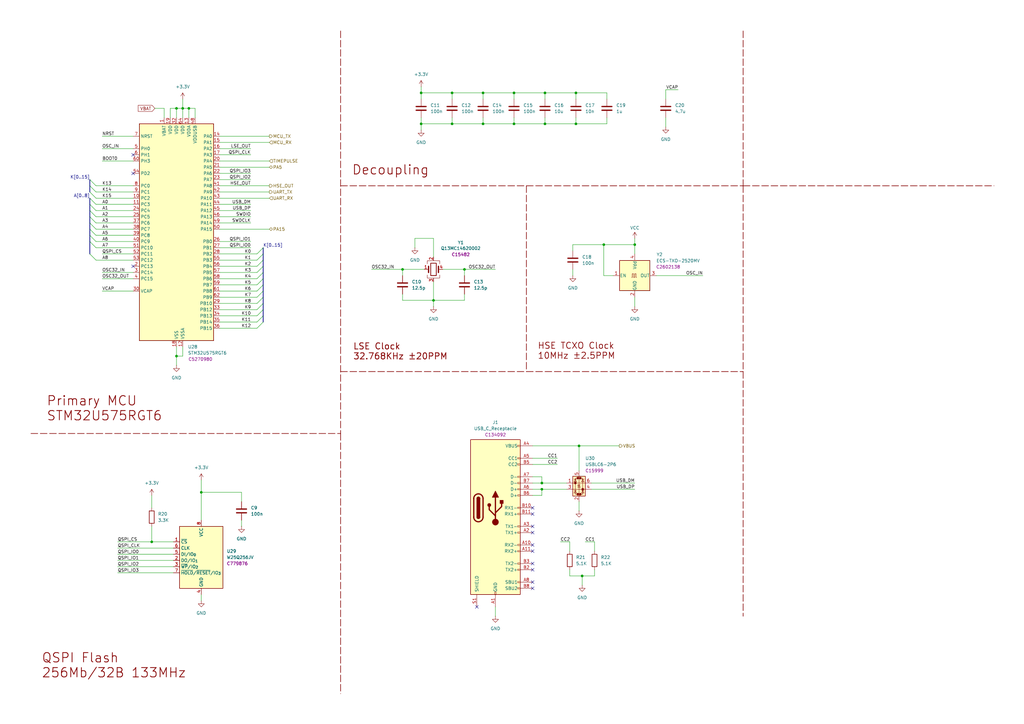
<source format=kicad_sch>
(kicad_sch (version 20250114) (generator "eeschema") (generator_version "9.0")
  (paper "A3")
  (title_block (date "2025-10-19"))
  (lib_symbols
    (symbol "Connector:USB_C_Receptacle" (pin_names (offset 1.016))
      (property "Reference" "J" (at -10.16 29.21 0))
      (property "Value" "USB_C_Receptacle" (at 10.16 29.21 0))
      (symbol "USB_C_Receptacle_0_0"
        (rectangle (start -0.254 -35.56) (end 0.254 -34.544))
        (rectangle (start 10.16 25.654) (end 9.144 25.146))
        (rectangle (start 10.16 20.574) (end 9.144 20.066))
        (rectangle (start 10.16 18.034) (end 9.144 17.526))
        (rectangle (start 10.16 12.954) (end 9.144 12.446))
        (rectangle (start 10.16 10.414) (end 9.144 9.906))
        (rectangle (start 10.16 7.874) (end 9.144 7.366))
        (rectangle (start 10.16 5.334) (end 9.144 4.826))
        (rectangle (start 10.16 0.254) (end 9.144 -0.254))
        (rectangle (start 10.16 -2.286) (end 9.144 -2.794))
        (rectangle (start 10.16 -7.366) (end 9.144 -7.874))
        (rectangle (start 10.16 -9.906) (end 9.144 -10.414))
        (rectangle (start 10.16 -14.986) (end 9.144 -15.494))
        (rectangle (start 10.16 -17.526) (end 9.144 -18.034))
        (rectangle (start 10.16 -22.606) (end 9.144 -23.114))
        (rectangle (start 10.16 -25.146) (end 9.144 -25.654))
        (rectangle (start 10.16 -30.226) (end 9.144 -30.734))
        (rectangle (start 10.16 -32.766) (end 9.144 -33.274))
      )
      (symbol "USB_C_Receptacle_0_1"
        (rectangle (start -10.16 27.94) (end 10.16 -35.56) (stroke (width 0.254)) (fill (type background)))
        (polyline (pts (xy -8.89 -3.81) (xy -8.89 3.81)) (stroke (width 0.508)))
        (rectangle (start -7.62 -3.81) (end -6.35 3.81) (stroke (width 0.254)) (fill (type outline)))
        (arc (start -7.62 3.81) (mid -6.985 4.4423) (end -6.35 3.81) (stroke (width 0.254)))
        (arc (start -7.62 3.81) (mid -6.985 4.4423) (end -6.35 3.81) (stroke (width 0.254)) (fill (type outline)))
        (arc (start -8.89 3.81) (mid -6.985 5.7067) (end -5.08 3.81) (stroke (width 0.508)))
        (arc (start -5.08 -3.81) (mid -6.985 -5.7067) (end -8.89 -3.81) (stroke (width 0.508)))
        (arc (start -6.35 -3.81) (mid -6.985 -4.4423) (end -7.62 -3.81) (stroke (width 0.254)))
        (arc (start -6.35 -3.81) (mid -6.985 -4.4423) (end -7.62 -3.81) (stroke (width 0.254)) (fill (type outline)))
        (polyline (pts (xy -5.08 3.81) (xy -5.08 -3.81)) (stroke (width 0.508)))
      )
      (symbol "USB_C_Receptacle_1_1"
        (circle (center -2.54 1.143) (radius 0.635) (stroke (width 0.254)) (fill (type outline)))
        (polyline (pts (xy -1.27 4.318) (xy 0 6.858) (xy 1.27 4.318) (xy -1.27 4.318)) (stroke (width 0.254)) (fill (type outline)))
        (polyline (pts (xy 0 -2.032) (xy 2.54 0.508) (xy 2.54 1.778)) (stroke (width 0.508)))
        (polyline (pts (xy 0 -3.302) (xy -2.54 -0.762) (xy -2.54 0.508)) (stroke (width 0.508)))
        (polyline (pts (xy 0 -5.842) (xy 0 4.318)) (stroke (width 0.508)))
        (circle (center 0 -5.842) (radius 1.27) (fill (type outline)))
        (rectangle (start 1.905 1.778) (end 3.175 3.048) (stroke (width 0.254)) (fill (type outline)))
        (pin passive line (at -7.62 -40.64 90) (length 5.08) (name "SHIELD") (number "S1"))
        (pin passive line (at 0 -40.64 90) (length 5.08) (name "GND") (number "A1"))
        (pin passive line (at 0 -40.64 90) (length 5.08) (hide yes) (name "GND") (number "A12"))
        (pin passive line (at 0 -40.64 90) (length 5.08) (hide yes) (name "GND") (number "B1"))
        (pin passive line (at 0 -40.64 90) (length 5.08) (hide yes) (name "GND") (number "B12"))
        (pin passive line (at 15.24 25.4 180) (length 5.08) (name "VBUS") (number "A4"))
        (pin passive line (at 15.24 25.4 180) (length 5.08) (hide yes) (name "VBUS") (number "A9"))
        (pin passive line (at 15.24 25.4 180) (length 5.08) (hide yes) (name "VBUS") (number "B4"))
        (pin passive line (at 15.24 25.4 180) (length 5.08) (hide yes) (name "VBUS") (number "B9"))
        (pin bidirectional line (at 15.24 20.32 180) (length 5.08) (name "CC1") (number "A5"))
        (pin bidirectional line (at 15.24 17.78 180) (length 5.08) (name "CC2") (number "B5"))
        (pin bidirectional line (at 15.24 12.7 180) (length 5.08) (name "D-") (number "A7"))
        (pin bidirectional line (at 15.24 10.16 180) (length 5.08) (name "D-") (number "B7"))
        (pin bidirectional line (at 15.24 7.62 180) (length 5.08) (name "D+") (number "A6"))
        (pin bidirectional line (at 15.24 5.08 180) (length 5.08) (name "D+") (number "B6"))
        (pin bidirectional line (at 15.24 0 180) (length 5.08) (name "RX1-") (number "B10"))
        (pin bidirectional line (at 15.24 -2.54 180) (length 5.08) (name "RX1+") (number "B11"))
        (pin bidirectional line (at 15.24 -7.62 180) (length 5.08) (name "TX1-") (number "A3"))
        (pin bidirectional line (at 15.24 -10.16 180) (length 5.08) (name "TX1+") (number "A2"))
        (pin bidirectional line (at 15.24 -15.24 180) (length 5.08) (name "RX2-") (number "A10"))
        (pin bidirectional line (at 15.24 -17.78 180) (length 5.08) (name "RX2+") (number "A11"))
        (pin bidirectional line (at 15.24 -22.86 180) (length 5.08) (name "TX2-") (number "B3"))
        (pin bidirectional line (at 15.24 -25.4 180) (length 5.08) (name "TX2+") (number "B2"))
        (pin bidirectional line (at 15.24 -30.48 180) (length 5.08) (name "SBU1") (number "A8"))
        (pin bidirectional line (at 15.24 -33.02 180) (length 5.08) (name "SBU2") (number "B8"))
      )
    )
    (symbol "Device:C" (pin_numbers (hide yes)) (pin_names (offset 0.254))
      (property "Reference" "C" (at 0.635 2.54 0))
      (property "Value" "C" (at 0.635 -2.54 0))
      (symbol "C_0_1"
        (polyline (pts (xy -2.032 0.762) (xy 2.032 0.762)) (stroke (width 0.508)))
        (polyline (pts (xy -2.032 -0.762) (xy 2.032 -0.762)) (stroke (width 0.508)))
      )
      (symbol "C_1_1"
        (pin passive line (at 0 3.81 270) (length 2.794) (name "~") (number "1"))
        (pin passive line (at 0 -3.81 90) (length 2.794) (name "~") (number "2"))
      )
    )
    (symbol "Device:Crystal_GND23" (pin_names (offset 1.016) (hide yes))
      (property "Reference" "Y" (at 3.175 5.08 0))
      (property "Value" "Crystal_GND23" (at 3.175 3.175 0))
      (symbol "Crystal_GND23_0_1"
        (polyline (pts (xy -2.54 2.286) (xy -2.54 3.556) (xy 2.54 3.556) (xy 2.54 2.286)))
        (polyline (pts (xy -2.54 0) (xy -2.032 0)))
        (polyline (pts (xy -2.54 -2.286) (xy -2.54 -3.556) (xy 2.54 -3.556) (xy 2.54 -2.286)))
        (polyline (pts (xy -2.032 -1.27) (xy -2.032 1.27)) (stroke (width 0.508)))
        (rectangle (start -1.143 2.54) (end 1.143 -2.54) (stroke (width 0.3048)))
        (polyline (pts (xy 0 3.556) (xy 0 3.81)))
        (polyline (pts (xy 0 -3.81) (xy 0 -3.556)))
        (polyline (pts (xy 2.032 0) (xy 2.54 0)))
        (polyline (pts (xy 2.032 -1.27) (xy 2.032 1.27)) (stroke (width 0.508)))
      )
      (symbol "Crystal_GND23_1_1"
        (pin passive line (at -3.81 0 0) (length 1.27) (name "1") (number "1"))
        (pin passive line (at 0 5.08 270) (length 1.27) (name "2") (number "2"))
        (pin passive line (at 0 -5.08 90) (length 1.27) (name "3") (number "3"))
        (pin passive line (at 3.81 0 180) (length 1.27) (name "4") (number "4"))
      )
    )
    (symbol "Device:R" (pin_numbers (hide yes)) (pin_names (offset 0))
      (property "Reference" "R" (at 2.032 0 90))
      (property "Value" "R" (at 0 0 90))
      (symbol "R_0_1"
        (rectangle (start -1.016 -2.54) (end 1.016 2.54) (stroke (width 0.254)))
      )
      (symbol "R_1_1"
        (pin passive line (at 0 3.81 270) (length 1.27) (name "~") (number "1"))
        (pin passive line (at 0 -3.81 90) (length 1.27) (name "~") (number "2"))
      )
    )
    (symbol "MCU_ST_STM32U5:STM32U575RGTx"
      (property "Reference" "U" (at -15.24 46.99 0))
      (property "Value" "STM32U575RGTx" (at 10.16 46.99 0))
      (symbol "STM32U575RGTx_0_1"
        (rectangle (start -15.24 -43.18) (end 15.24 45.72) (stroke (width 0.254)) (fill (type background)))
      )
      (symbol "STM32U575RGTx_1_1"
        (pin input line (at -17.78 40.64 0) (length 2.54) (name "NRST") (number "7"))
        (pin bidirectional line (at -17.78 35.56 0) (length 2.54) (name "PH0") (number "5"))
        (pin bidirectional line (at -17.78 33.02 0) (length 2.54) (name "PH1") (number "6"))
        (pin bidirectional line (at -17.78 30.48 0) (length 2.54) (name "PH3") (number "60"))
        (pin bidirectional line (at -17.78 25.4 0) (length 2.54) (name "PD2") (number "54"))
        (pin bidirectional line (at -17.78 20.32 0) (length 2.54) (name "PC0") (number "8"))
        (pin bidirectional line (at -17.78 17.78 0) (length 2.54) (name "PC1") (number "9"))
        (pin bidirectional line (at -17.78 15.24 0) (length 2.54) (name "PC2") (number "10"))
        (pin bidirectional line (at -17.78 12.7 0) (length 2.54) (name "PC3") (number "11"))
        (pin bidirectional line (at -17.78 10.16 0) (length 2.54) (name "PC4") (number "24"))
        (pin bidirectional line (at -17.78 7.62 0) (length 2.54) (name "PC5") (number "25"))
        (pin bidirectional line (at -17.78 5.08 0) (length 2.54) (name "PC6") (number "37"))
        (pin bidirectional line (at -17.78 2.54 0) (length 2.54) (name "PC7") (number "38"))
        (pin bidirectional line (at -17.78 0 0) (length 2.54) (name "PC8") (number "39"))
        (pin bidirectional line (at -17.78 -2.54 0) (length 2.54) (name "PC9") (number "40"))
        (pin bidirectional line (at -17.78 -5.08 0) (length 2.54) (name "PC10") (number "51"))
        (pin bidirectional line (at -17.78 -7.62 0) (length 2.54) (name "PC11") (number "52"))
        (pin bidirectional line (at -17.78 -10.16 0) (length 2.54) (name "PC12") (number "53"))
        (pin bidirectional line (at -17.78 -12.7 0) (length 2.54) (name "PC13") (number "2"))
        (pin bidirectional line (at -17.78 -15.24 0) (length 2.54) (name "PC14") (number "3"))
        (pin bidirectional line (at -17.78 -17.78 0) (length 2.54) (name "PC15") (number "4"))
        (pin power_out line (at -17.78 -22.86 0) (length 2.54) (name "VCAP") (number "30"))
        (pin power_in line (at -5.08 48.26 270) (length 2.54) (name "VBAT") (number "1"))
        (pin power_in line (at -2.54 48.26 270) (length 2.54) (name "VDD") (number "19"))
        (pin power_in line (at 0 48.26 270) (length 2.54) (name "VDD") (number "32"))
        (pin power_in line (at 0 -45.72 90) (length 2.54) (name "VSS") (number "18"))
        (pin passive line (at 0 -45.72 90) (length 2.54) (hide yes) (name "VSS") (number "31"))
        (pin passive line (at 0 -45.72 90) (length 2.54) (hide yes) (name "VSS") (number "47"))
        (pin passive line (at 0 -45.72 90) (length 2.54) (hide yes) (name "VSS") (number "63"))
        (pin power_in line (at 2.54 48.26 270) (length 2.54) (name "VDD") (number "64"))
        (pin power_in line (at 2.54 -45.72 90) (length 2.54) (name "VSSA") (number "12"))
        (pin power_in line (at 5.08 48.26 270) (length 2.54) (name "VDDA") (number "13"))
        (pin power_in line (at 7.62 48.26 270) (length 2.54) (name "VDDUSB") (number "48"))
        (pin bidirectional line (at 17.78 40.64 180) (length 2.54) (name "PA0") (number "14"))
        (pin bidirectional line (at 17.78 38.1 180) (length 2.54) (name "PA1") (number "15"))
        (pin bidirectional line (at 17.78 35.56 180) (length 2.54) (name "PA2") (number "16"))
        (pin bidirectional line (at 17.78 33.02 180) (length 2.54) (name "PA3") (number "17"))
        (pin bidirectional line (at 17.78 30.48 180) (length 2.54) (name "PA4") (number "20"))
        (pin bidirectional line (at 17.78 27.94 180) (length 2.54) (name "PA5") (number "21"))
        (pin bidirectional line (at 17.78 25.4 180) (length 2.54) (name "PA6") (number "22"))
        (pin bidirectional line (at 17.78 22.86 180) (length 2.54) (name "PA7") (number "23"))
        (pin bidirectional line (at 17.78 20.32 180) (length 2.54) (name "PA8") (number "41"))
        (pin bidirectional line (at 17.78 17.78 180) (length 2.54) (name "PA9") (number "42"))
        (pin bidirectional line (at 17.78 15.24 180) (length 2.54) (name "PA10") (number "43"))
        (pin bidirectional line (at 17.78 12.7 180) (length 2.54) (name "PA11") (number "44"))
        (pin bidirectional line (at 17.78 10.16 180) (length 2.54) (name "PA12") (number "45"))
        (pin bidirectional line (at 17.78 7.62 180) (length 2.54) (name "PA13") (number "46"))
        (pin bidirectional line (at 17.78 5.08 180) (length 2.54) (name "PA14") (number "49"))
        (pin bidirectional line (at 17.78 2.54 180) (length 2.54) (name "PA15") (number "50"))
        (pin bidirectional line (at 17.78 -2.54 180) (length 2.54) (name "PB0") (number "26"))
        (pin bidirectional line (at 17.78 -5.08 180) (length 2.54) (name "PB1") (number "27"))
        (pin bidirectional line (at 17.78 -7.62 180) (length 2.54) (name "PB2") (number "28"))
        (pin bidirectional line (at 17.78 -10.16 180) (length 2.54) (name "PB3") (number "55"))
        (pin bidirectional line (at 17.78 -12.7 180) (length 2.54) (name "PB4") (number "56"))
        (pin bidirectional line (at 17.78 -15.24 180) (length 2.54) (name "PB5") (number "57"))
        (pin bidirectional line (at 17.78 -17.78 180) (length 2.54) (name "PB6") (number "58"))
        (pin bidirectional line (at 17.78 -20.32 180) (length 2.54) (name "PB7") (number "59"))
        (pin bidirectional line (at 17.78 -22.86 180) (length 2.54) (name "PB8") (number "61"))
        (pin bidirectional line (at 17.78 -25.4 180) (length 2.54) (name "PB9") (number "62"))
        (pin bidirectional line (at 17.78 -27.94 180) (length 2.54) (name "PB10") (number "29"))
        (pin bidirectional line (at 17.78 -30.48 180) (length 2.54) (name "PB12") (number "33"))
        (pin bidirectional line (at 17.78 -33.02 180) (length 2.54) (name "PB13") (number "34"))
        (pin bidirectional line (at 17.78 -35.56 180) (length 2.54) (name "PB14") (number "35"))
        (pin bidirectional line (at 17.78 -38.1 180) (length 2.54) (name "PB15") (number "36"))
      )
    )
    (symbol "Power_Protection:USBLC6-2P6" (pin_names (hide yes))
      (property "Reference" "U" (at 0.635 5.715 0))
      (property "Value" "USBLC6-2P6" (at 0.635 3.81 0))
      (symbol "USBLC6-2P6_0_0"
        (circle (center -1.524 0) (radius 0.0001) (stroke (width 0.508)))
        (circle (center -0.508 2.032) (radius 0.0001) (stroke (width 0.508)))
        (circle (center -0.508 -4.572) (radius 0.0001) (stroke (width 0.508)))
        (circle (center 0.508 2.032) (radius 0.0001) (stroke (width 0.508)))
        (circle (center 0.508 -4.572) (radius 0.0001) (stroke (width 0.508)))
        (circle (center 1.524 -2.54) (radius 0.0001) (stroke (width 0.508)))
      )
      (symbol "USBLC6-2P6_0_1"
        (polyline (pts (xy -2.54 0) (xy 2.54 0)))
        (polyline (pts (xy -2.54 -2.54) (xy 2.54 -2.54)))
        (polyline (pts (xy -2.032 0.508) (xy -1.016 0.508) (xy -1.524 1.524) (xy -2.032 0.508)))
        (polyline (pts (xy -2.032 -3.048) (xy -1.016 -3.048)))
        (polyline (pts (xy -1.016 1.524) (xy -2.032 1.524)))
        (polyline (pts (xy -1.016 -4.064) (xy -2.032 -4.064) (xy -1.524 -3.048) (xy -1.016 -4.064)))
        (polyline (pts (xy -0.508 -1.143) (xy -0.508 -0.762) (xy 0.508 -0.762)))
        (polyline (pts (xy 0 2.54) (xy -0.508 2.032) (xy 0.508 2.032) (xy 0 1.524) (xy 0 -4.064) (xy -0.508 -4.572) (xy 0.508 -4.572) (xy 0 -5.08)))
        (polyline (pts (xy 0.508 -1.778) (xy -0.508 -1.778) (xy 0 -0.762) (xy 0.508 -1.778)))
        (polyline (pts (xy 1.016 1.524) (xy 2.032 1.524)))
        (polyline (pts (xy 1.016 -3.048) (xy 2.032 -3.048)))
        (polyline (pts (xy 2.032 0.508) (xy 1.016 0.508) (xy 1.524 1.524) (xy 2.032 0.508)))
        (polyline (pts (xy 2.032 -4.064) (xy 1.016 -4.064) (xy 1.524 -3.048) (xy 2.032 -4.064)))
      )
      (symbol "USBLC6-2P6_1_1"
        (rectangle (start -2.54 2.794) (end 2.54 -5.334) (stroke (width 0.254)) (fill (type background)))
        (polyline (pts (xy -0.508 2.032) (xy -1.524 2.032) (xy -1.524 -4.572) (xy -0.508 -4.572)))
        (polyline (pts (xy 0.508 -4.572) (xy 1.524 -4.572) (xy 1.524 2.032) (xy 0.508 2.032)))
        (pin passive line (at -5.08 0 0) (length 2.54) (name "I/O1") (number "1"))
        (pin passive line (at -5.08 -2.54 0) (length 2.54) (name "I/O2") (number "3"))
        (pin passive line (at 0 5.08 270) (length 2.54) (name "VBUS") (number "5"))
        (pin passive line (at 0 -7.62 90) (length 2.54) (name "GND") (number "2"))
        (pin passive line (at 5.08 0 180) (length 2.54) (name "I/O1") (number "6"))
        (pin passive line (at 5.08 -2.54 180) (length 2.54) (name "I/O2") (number "4"))
      )
    )
    (symbol "power:+3.3V" (power) (pin_numbers (hide yes)) (pin_names (offset 0) (hide yes))
      (property "Value" "+3.3V" (at 0 3.556 0))
      (symbol "+3.3V_0_1"
        (polyline (pts (xy -0.762 1.27) (xy 0 2.54)))
        (polyline (pts (xy 0 2.54) (xy 0.762 1.27)))
        (polyline (pts (xy 0 0) (xy 0 2.54)))
      )
      (symbol "+3.3V_1_1"
        (pin power_in line (at 0 0 90) (length 0) (name "~") (number "1"))
      )
    )
    (symbol "power:GND" (power) (pin_numbers (hide yes)) (pin_names (offset 0) (hide yes))
      (property "Value" "GND" (at 0 -3.81 0))
      (symbol "GND_0_1"
        (polyline (pts (xy 0 0) (xy 0 -1.27) (xy 1.27 -1.27) (xy 0 -2.54) (xy -1.27 -1.27) (xy 0 -1.27)))
      )
      (symbol "GND_1_1"
        (pin power_in line (at 0 0 270) (length 0) (name "~") (number "1"))
      )
    )
    (symbol "power:VCC" (power) (pin_numbers (hide yes)) (pin_names (offset 0) (hide yes))
      (property "Value" "VCC" (at 0 3.556 0))
      (symbol "VCC_0_1"
        (polyline (pts (xy -0.762 1.27) (xy 0 2.54)))
        (polyline (pts (xy 0 2.54) (xy 0.762 1.27)))
        (polyline (pts (xy 0 0) (xy 0 2.54)))
      )
      (symbol "VCC_1_1"
        (pin power_in line (at 0 0 90) (length 0) (name "~") (number "1"))
      )
    )
    (symbol "precision_clock:ECS-TXO-2520MV" (pin_names (offset 0.254))
      (property "Reference" "Y" (at -5.08 6.35 0))
      (property "Value" "ECS-TXO-2520MV" (at 2.794 -7.874 0))
      (symbol "ECS-TXO-2520MV_0_1"
        (rectangle (start -6.1912 6.1912) (end 6.1913 -6.1913) (stroke (width 0.254)) (fill (type background)))
        (polyline (pts (xy -1.27 -0.762) (xy -1.016 -0.762) (xy -1.016 0.762) (xy -0.508 0.762) (xy -0.508 -0.762) (xy 0 -0.762) (xy 0 0.762) (xy 0.508 0.762) (xy 0.508 -0.762) (xy 0.762 -0.762)))
      )
      (symbol "ECS-TXO-2520MV_1_1"
        (pin input line (at -8.89 0 0) (length 2.54) (name "EN") (number "1"))
        (pin power_in line (at 0 8.89 270) (length 2.54) (name "Vdd") (number "4"))
        (pin power_in line (at 0 -8.89 90) (length 2.54) (name "GND") (number "2"))
        (pin output line (at 8.89 0 180) (length 2.54) (name "OUT") (number "3"))
      )
    )
    (symbol "precision_clock:W25Q256JV"
      (property "Reference" "U" (at -8.382 14.478 0))
      (property "Value" "W25Q256JV" (at 8.89 14.478 0))
      (symbol "W25Q256JV_0_1"
        (rectangle (start -8.89 12.7) (end 8.89 -12.7) (stroke (width 0.254)) (fill (type background)))
      )
      (symbol "W25Q256JV_1_1"
        (pin input line (at -11.43 6.35 0) (length 2.54) (name "~{CS}") (number "1"))
        (pin input line (at -11.43 3.81 0) (length 2.54) (name "CLK") (number "6"))
        (pin bidirectional line (at -11.43 1.27 0) (length 2.54) (name "DI/IO_{0}") (number "5"))
        (pin bidirectional line (at -11.43 -1.27 0) (length 2.54) (name "DO/IO_{1}") (number "2"))
        (pin bidirectional line (at -11.43 -3.81 0) (length 2.54) (name "~{WP}/IO_{2}") (number "3"))
        (pin bidirectional line (at -11.43 -6.35 0) (length 2.54) (name "~{HOLD}/~{RESET}/IO_{3}") (number "7"))
        (pin power_in line (at 0 15.24 270) (length 2.54) (name "VCC") (number "8"))
        (pin power_in line (at 0 -15.24 90) (length 2.54) (name "GND") (number "4"))
      )
    )
  )
  (text "QSPI Flash \n256Mb/32B 133MHz" (at 17.018 273.05 0) (effects (font (size 3.81 3.81) (thickness 0.3175)) (justify left)))
  (text "LSE Clock \n32.768KHz ±20PPM" (at 144.78 144.272 0) (effects (font (size 2.54 2.54) (thickness 0.3175)) (justify left)))
  (text "Decoupling" (at 144.272 69.85 0) (effects (font (size 3.81 3.81) (thickness 0.3175)) (justify left)))
  (text "HSE TCXO Clock \n10MHz ±2.5PPM" (at 220.472 144.018 0) (effects (font (size 2.54 2.54) (thickness 0.2699)) (justify left)))
  (text "Primary MCU\nSTM32U575RGT6" (at 19.05 167.64 0) (effects (font (size 3.81 3.81) (thickness 0.3175)) (justify left)))
  (junction (at 260.35 100.33))
  (junction (at 236.22 38.1))
  (junction (at 72.39 44.45))
  (junction (at 210.82 50.8))
  (junction (at 190.5 110.49))
  (junction (at 198.12 38.1))
  (junction (at 210.82 38.1))
  (junction (at 247.65 100.33))
  (junction (at 177.8 123.19))
  (junction (at 185.42 50.8))
  (junction (at 237.49 182.88))
  (junction (at 185.42 38.1))
  (junction (at 82.55 201.93))
  (junction (at 74.93 44.45))
  (junction (at 198.12 50.8))
  (junction (at 222.25 198.12))
  (junction (at 223.52 50.8))
  (junction (at 77.47 44.45))
  (junction (at 172.72 50.8))
  (junction (at 172.72 38.1))
  (junction (at 222.25 200.66))
  (junction (at 238.76 236.22))
  (junction (at 72.39 146.05))
  (junction (at 223.52 38.1))
  (junction (at 236.22 50.8))
  (junction (at 165.1 110.49))
  (junction (at 62.23 222.25))
  (no_connect (at 218.44 210.82))
  (no_connect (at 54.61 71.12))
  (no_connect (at 218.44 223.52))
  (no_connect (at 218.44 215.9))
  (no_connect (at 218.44 233.68))
  (no_connect (at 195.58 248.92))
  (no_connect (at 218.44 231.14))
  (no_connect (at 218.44 238.76))
  (no_connect (at 218.44 218.44))
  (no_connect (at 218.44 208.28))
  (no_connect (at 218.44 241.3))
  (no_connect (at 54.61 109.22))
  (no_connect (at 218.44 226.06))
  (no_connect (at 54.61 63.5))
  (bus_entry (at 107.95 127) (size -2.54 2.54))
  (bus_entry (at 107.95 129.54) (size -2.54 2.54))
  (bus_entry (at 107.95 104.14) (size -2.54 2.54))
  (bus_entry (at 36.83 91.44) (size 2.54 2.54))
  (bus_entry (at 107.95 124.46) (size -2.54 2.54))
  (bus_entry (at 107.95 106.68) (size -2.54 2.54))
  (bus_entry (at 107.95 114.3) (size -2.54 2.54))
  (bus_entry (at 36.83 104.14) (size 2.54 2.54))
  (bus_entry (at 36.83 83.82) (size 2.54 2.54))
  (bus_entry (at 36.83 81.28) (size 2.54 2.54))
  (bus_entry (at 36.83 76.2) (size 2.54 2.54))
  (bus_entry (at 107.95 132.08) (size -2.54 2.54))
  (bus_entry (at 36.83 86.36) (size 2.54 2.54))
  (bus_entry (at 107.95 111.76) (size -2.54 2.54))
  (bus_entry (at 36.83 93.98) (size 2.54 2.54))
  (bus_entry (at 107.95 109.22) (size -2.54 2.54))
  (bus_entry (at 107.95 119.38) (size -2.54 2.54))
  (bus_entry (at 36.83 88.9) (size 2.54 2.54))
  (bus_entry (at 36.83 73.66) (size 2.54 2.54))
  (bus_entry (at 107.95 101.6) (size -2.54 2.54))
  (bus_entry (at 36.83 78.74) (size 2.54 2.54))
  (bus_entry (at 36.83 96.52) (size 2.54 2.54))
  (bus_entry (at 107.95 121.92) (size -2.54 2.54))
  (bus_entry (at 107.95 116.84) (size -2.54 2.54))
  (bus_entry (at 36.83 99.06) (size 2.54 2.54))
  (wire (pts (xy 39.37 93.98) (xy 54.61 93.98)))
  (wire (pts (xy 90.17 104.14) (xy 105.41 104.14)))
  (wire (pts (xy 233.68 226.06) (xy 233.68 222.25)))
  (wire (pts (xy 198.12 38.1) (xy 210.82 38.1)))
  (wire (pts (xy 90.17 121.92) (xy 105.41 121.92)))
  (wire (pts (xy 90.17 66.04) (xy 110.49 66.04)))
  (wire (pts (xy 62.23 215.9) (xy 62.23 222.25)))
  (wire (pts (xy 273.05 48.26) (xy 273.05 52.07)))
  (wire (pts (xy 237.49 182.88) (xy 254 182.88)))
  (wire (pts (xy 90.17 127) (xy 105.41 127)))
  (wire (pts (xy 90.17 132.08) (xy 105.41 132.08)))
  (wire (pts (xy 90.17 55.88) (xy 110.49 55.88)))
  (wire (pts (xy 72.39 142.24) (xy 72.39 146.05)))
  (wire (pts (xy 172.72 50.8) (xy 185.42 50.8)))
  (wire (pts (xy 238.76 236.22) (xy 238.76 240.03)))
  (wire (pts (xy 165.1 123.19) (xy 177.8 123.19)))
  (wire (pts (xy 41.91 104.14) (xy 54.61 104.14)))
  (wire (pts (xy 210.82 38.1) (xy 210.82 40.64)))
  (wire (pts (xy 72.39 146.05) (xy 74.93 146.05)))
  (polyline (pts (xy 139.7 76.2) (xy 304.8 76.2)) (stroke (width 0.254) (type dash) (color 132 0 0 1)))
  (wire (pts (xy 177.8 97.79) (xy 177.8 105.41)))
  (wire (pts (xy 181.61 110.49) (xy 190.5 110.49)))
  (wire (pts (xy 234.95 100.33) (xy 234.95 102.87)))
  (wire (pts (xy 260.35 121.92) (xy 260.35 125.73)))
  (wire (pts (xy 172.72 40.64) (xy 172.72 38.1)))
  (wire (pts (xy 210.82 38.1) (xy 223.52 38.1)))
  (wire (pts (xy 90.17 114.3) (xy 105.41 114.3)))
  (polyline (pts (xy 304.8 12.7) (xy 304.8 76.2)) (stroke (width 0.254) (type dash) (color 132 0 0 1)))
  (wire (pts (xy 223.52 38.1) (xy 236.22 38.1)))
  (bus (pts (xy 36.83 81.28) (xy 36.83 83.82)))
  (bus (pts (xy 107.95 127) (xy 107.95 129.54)))
  (wire (pts (xy 90.17 124.46) (xy 105.41 124.46)))
  (wire (pts (xy 39.37 96.52) (xy 54.61 96.52)))
  (wire (pts (xy 185.42 38.1) (xy 185.42 40.64)))
  (wire (pts (xy 222.25 200.66) (xy 232.41 200.66)))
  (wire (pts (xy 90.17 81.28) (xy 110.49 81.28)))
  (wire (pts (xy 198.12 48.26) (xy 198.12 50.8)))
  (wire (pts (xy 90.17 88.9) (xy 102.87 88.9)))
  (wire (pts (xy 48.26 222.25) (xy 62.23 222.25)))
  (wire (pts (xy 39.37 83.82) (xy 54.61 83.82)))
  (wire (pts (xy 165.1 110.49) (xy 165.1 113.03)))
  (wire (pts (xy 74.93 40.64) (xy 74.93 44.45)))
  (wire (pts (xy 203.2 248.92) (xy 203.2 252.73)))
  (wire (pts (xy 218.44 182.88) (xy 237.49 182.88)))
  (wire (pts (xy 236.22 38.1) (xy 236.22 40.64)))
  (wire (pts (xy 72.39 146.05) (xy 72.39 149.86)))
  (wire (pts (xy 41.91 114.3) (xy 54.61 114.3)))
  (wire (pts (xy 74.93 44.45) (xy 74.93 48.26)))
  (wire (pts (xy 273.05 36.83) (xy 278.13 36.83)))
  (bus (pts (xy 107.95 124.46) (xy 107.95 127)))
  (wire (pts (xy 39.37 91.44) (xy 54.61 91.44)))
  (wire (pts (xy 48.26 232.41) (xy 71.12 232.41)))
  (wire (pts (xy 236.22 48.26) (xy 236.22 50.8)))
  (wire (pts (xy 90.17 101.6) (xy 102.87 101.6)))
  (wire (pts (xy 243.84 226.06) (xy 243.84 222.25)))
  (bus (pts (xy 36.83 73.66) (xy 36.83 76.2)))
  (wire (pts (xy 251.46 113.03) (xy 247.65 113.03)))
  (wire (pts (xy 90.17 134.62) (xy 105.41 134.62)))
  (wire (pts (xy 69.85 48.26) (xy 69.85 44.45)))
  (wire (pts (xy 165.1 110.49) (xy 173.99 110.49)))
  (wire (pts (xy 190.5 123.19) (xy 190.5 120.65)))
  (wire (pts (xy 273.05 40.64) (xy 273.05 36.83)))
  (wire (pts (xy 77.47 44.45) (xy 77.47 48.26)))
  (wire (pts (xy 242.57 198.12) (xy 260.35 198.12)))
  (wire (pts (xy 99.06 201.93) (xy 99.06 205.74)))
  (bus (pts (xy 107.95 119.38) (xy 107.95 121.92)))
  (wire (pts (xy 177.8 125.73) (xy 177.8 123.19)))
  (wire (pts (xy 248.92 38.1) (xy 248.92 40.64)))
  (wire (pts (xy 39.37 78.74) (xy 54.61 78.74)))
  (wire (pts (xy 82.55 201.93) (xy 99.06 201.93)))
  (wire (pts (xy 39.37 86.36) (xy 54.61 86.36)))
  (bus (pts (xy 36.83 96.52) (xy 36.83 99.06)))
  (wire (pts (xy 236.22 50.8) (xy 248.92 50.8)))
  (polyline (pts (xy 304.8 76.2) (xy 407.67 76.2)) (stroke (width 0.254) (type dash) (color 132 0 0 1)))
  (polyline (pts (xy 139.7 152.4) (xy 304.8 152.4)) (stroke (width 0.254) (type dash) (color 132 0 0 1)))
  (wire (pts (xy 165.1 120.65) (xy 165.1 123.19)))
  (wire (pts (xy 82.55 243.84) (xy 82.55 246.38)))
  (wire (pts (xy 152.4 110.49) (xy 165.1 110.49)))
  (wire (pts (xy 90.17 86.36) (xy 102.87 86.36)))
  (wire (pts (xy 269.24 113.03) (xy 288.29 113.03)))
  (wire (pts (xy 238.76 236.22) (xy 243.84 236.22)))
  (bus (pts (xy 107.95 121.92) (xy 107.95 124.46)))
  (wire (pts (xy 90.17 63.5) (xy 102.87 63.5)))
  (wire (pts (xy 260.35 97.79) (xy 260.35 100.33)))
  (wire (pts (xy 222.25 195.58) (xy 218.44 195.58)))
  (wire (pts (xy 41.91 55.88) (xy 54.61 55.88)))
  (wire (pts (xy 237.49 205.74) (xy 237.49 209.55)))
  (wire (pts (xy 172.72 48.26) (xy 172.72 50.8)))
  (wire (pts (xy 233.68 236.22) (xy 238.76 236.22)))
  (wire (pts (xy 90.17 68.58) (xy 110.49 68.58)))
  (wire (pts (xy 90.17 58.42) (xy 110.49 58.42)))
  (wire (pts (xy 90.17 73.66) (xy 102.87 73.66)))
  (wire (pts (xy 172.72 50.8) (xy 172.72 53.34)))
  (wire (pts (xy 48.26 229.87) (xy 71.12 229.87)))
  (bus (pts (xy 107.95 106.68) (xy 107.95 109.22)))
  (polyline (pts (xy 12.7 177.8) (xy 139.7 177.8)) (stroke (width 0.254) (type dash) (color 132 0 0 1)))
  (wire (pts (xy 80.01 44.45) (xy 80.01 48.26)))
  (wire (pts (xy 90.17 99.06) (xy 102.87 99.06)))
  (bus (pts (xy 36.83 86.36) (xy 36.83 88.9)))
  (wire (pts (xy 185.42 48.26) (xy 185.42 50.8)))
  (wire (pts (xy 247.65 113.03) (xy 247.65 100.33)))
  (wire (pts (xy 177.8 115.57) (xy 177.8 123.19)))
  (wire (pts (xy 260.35 100.33) (xy 247.65 100.33)))
  (wire (pts (xy 210.82 50.8) (xy 223.52 50.8)))
  (wire (pts (xy 177.8 123.19) (xy 190.5 123.19)))
  (wire (pts (xy 185.42 38.1) (xy 198.12 38.1)))
  (polyline (pts (xy 215.9 76.2) (xy 215.9 152.4)) (stroke (width 0.254) (type dash) (color 132 0 0 1)))
  (wire (pts (xy 247.65 100.33) (xy 234.95 100.33)))
  (wire (pts (xy 90.17 71.12) (xy 102.87 71.12)))
  (wire (pts (xy 236.22 38.1) (xy 248.92 38.1)))
  (wire (pts (xy 39.37 81.28) (xy 54.61 81.28)))
  (wire (pts (xy 74.93 44.45) (xy 77.47 44.45)))
  (bus (pts (xy 107.95 111.76) (xy 107.95 114.3)))
  (wire (pts (xy 237.49 182.88) (xy 237.49 193.04)))
  (wire (pts (xy 218.44 203.2) (xy 222.25 203.2)))
  (wire (pts (xy 90.17 78.74) (xy 110.49 78.74)))
  (wire (pts (xy 260.35 100.33) (xy 260.35 104.14)))
  (wire (pts (xy 48.26 227.33) (xy 71.12 227.33)))
  (wire (pts (xy 222.25 195.58) (xy 222.25 198.12)))
  (wire (pts (xy 41.91 60.96) (xy 54.61 60.96)))
  (bus (pts (xy 107.95 104.14) (xy 107.95 106.68)))
  (polyline (pts (xy 304.8 76.2) (xy 304.8 152.4)) (stroke (width 0.254) (type dash) (color 132 0 0 1)))
  (polyline (pts (xy 304.8 152.4) (xy 304.8 252.73)) (stroke (width 0.254) (type dash) (color 132 0 0 1)))
  (bus (pts (xy 107.95 109.22) (xy 107.95 111.76)))
  (polyline (pts (xy 139.7 12.7) (xy 139.7 177.8)) (stroke (width 0.254) (type dash) (color 132 0 0 1)))
  (wire (pts (xy 218.44 200.66) (xy 222.25 200.66)))
  (wire (pts (xy 39.37 76.2) (xy 54.61 76.2)))
  (wire (pts (xy 63.5 44.45) (xy 67.31 44.45)))
  (wire (pts (xy 172.72 38.1) (xy 185.42 38.1)))
  (wire (pts (xy 90.17 83.82) (xy 102.87 83.82)))
  (wire (pts (xy 90.17 91.44) (xy 102.87 91.44)))
  (wire (pts (xy 90.17 93.98) (xy 110.49 93.98)))
  (wire (pts (xy 74.93 146.05) (xy 74.93 142.24)))
  (bus (pts (xy 36.83 76.2) (xy 36.83 78.74)))
  (wire (pts (xy 198.12 38.1) (xy 198.12 40.64)))
  (wire (pts (xy 170.18 101.6) (xy 170.18 97.79)))
  (wire (pts (xy 190.5 110.49) (xy 203.2 110.49)))
  (wire (pts (xy 82.55 201.93) (xy 82.55 213.36)))
  (bus (pts (xy 36.83 88.9) (xy 36.83 91.44)))
  (wire (pts (xy 77.47 44.45) (xy 80.01 44.45)))
  (wire (pts (xy 233.68 233.68) (xy 233.68 236.22)))
  (wire (pts (xy 223.52 48.26) (xy 223.52 50.8)))
  (bus (pts (xy 107.95 114.3) (xy 107.95 116.84)))
  (wire (pts (xy 39.37 106.68) (xy 54.61 106.68)))
  (wire (pts (xy 90.17 111.76) (xy 105.41 111.76)))
  (wire (pts (xy 222.25 200.66) (xy 222.25 203.2)))
  (wire (pts (xy 90.17 76.2) (xy 110.49 76.2)))
  (bus (pts (xy 36.83 91.44) (xy 36.83 93.98)))
  (wire (pts (xy 218.44 187.96) (xy 228.6 187.96)))
  (polyline (pts (xy 139.7 177.8) (xy 139.7 284.48)) (stroke (width 0.254) (type dash) (color 132 0 0 1)))
  (wire (pts (xy 48.26 234.95) (xy 71.12 234.95)))
  (wire (pts (xy 172.72 35.56) (xy 172.72 38.1)))
  (wire (pts (xy 48.26 224.79) (xy 71.12 224.79)))
  (wire (pts (xy 39.37 101.6) (xy 54.61 101.6)))
  (wire (pts (xy 90.17 116.84) (xy 105.41 116.84)))
  (wire (pts (xy 99.06 213.36) (xy 99.06 215.9)))
  (wire (pts (xy 74.93 44.45) (xy 72.39 44.45)))
  (wire (pts (xy 39.37 99.06) (xy 54.61 99.06)))
  (wire (pts (xy 62.23 203.2) (xy 62.23 208.28)))
  (wire (pts (xy 240.03 222.25) (xy 243.84 222.25)))
  (wire (pts (xy 90.17 106.68) (xy 105.41 106.68)))
  (wire (pts (xy 243.84 236.22) (xy 243.84 233.68)))
  (wire (pts (xy 222.25 198.12) (xy 232.41 198.12)))
  (wire (pts (xy 41.91 111.76) (xy 54.61 111.76)))
  (wire (pts (xy 67.31 48.26) (xy 67.31 44.45)))
  (wire (pts (xy 234.95 110.49) (xy 234.95 113.03)))
  (wire (pts (xy 198.12 50.8) (xy 210.82 50.8)))
  (wire (pts (xy 41.91 66.04) (xy 54.61 66.04)))
  (bus (pts (xy 107.95 116.84) (xy 107.95 119.38)))
  (wire (pts (xy 72.39 44.45) (xy 72.39 48.26)))
  (wire (pts (xy 82.55 196.85) (xy 82.55 201.93)))
  (wire (pts (xy 229.87 222.25) (xy 233.68 222.25)))
  (wire (pts (xy 190.5 110.49) (xy 190.5 113.03)))
  (wire (pts (xy 90.17 129.54) (xy 105.41 129.54)))
  (bus (pts (xy 107.95 101.6) (xy 107.95 104.14)))
  (wire (pts (xy 69.85 44.45) (xy 72.39 44.45)))
  (bus (pts (xy 107.95 129.54) (xy 107.95 132.08)))
  (wire (pts (xy 90.17 109.22) (xy 105.41 109.22)))
  (wire (pts (xy 223.52 38.1) (xy 223.52 40.64)))
  (wire (pts (xy 185.42 50.8) (xy 198.12 50.8)))
  (bus (pts (xy 36.83 93.98) (xy 36.83 96.52)))
  (wire (pts (xy 90.17 119.38) (xy 105.41 119.38)))
  (wire (pts (xy 90.17 60.96) (xy 102.87 60.96)))
  (wire (pts (xy 248.92 48.26) (xy 248.92 50.8)))
  (bus (pts (xy 36.83 83.82) (xy 36.83 86.36)))
  (wire (pts (xy 223.52 50.8) (xy 236.22 50.8)))
  (bus (pts (xy 36.83 99.06) (xy 36.83 104.14)))
  (wire (pts (xy 170.18 97.79) (xy 177.8 97.79)))
  (wire (pts (xy 39.37 88.9) (xy 54.61 88.9)))
  (wire (pts (xy 41.91 119.38) (xy 54.61 119.38)))
  (wire (pts (xy 218.44 190.5) (xy 228.6 190.5)))
  (wire (pts (xy 62.23 222.25) (xy 71.12 222.25)))
  (wire (pts (xy 210.82 48.26) (xy 210.82 50.8)))
  (wire (pts (xy 242.57 200.66) (xy 260.35 200.66)))
  (wire (pts (xy 218.44 198.12) (xy 222.25 198.12)))
  (label "OSC32_IN" (at 41.91 111.76 0))
  (label "QSPI_IO2" (at 48.26 232.41 0))
  (label "K[0..15]" (at 107.95 101.6 0))
  (label "QSPI_CLK" (at 102.87 63.5 180))
  (label "A0" (at 41.91 83.82 0))
  (label "VCAP" (at 41.91 119.38 0))
  (label "QSPI_IO1" (at 48.26 229.87 0))
  (label "A7" (at 41.91 101.6 0))
  (label "QSPI_CLK" (at 48.26 224.79 0))
  (label "QSPI_CS" (at 41.91 104.14 0))
  (label "USB_DP" (at 260.35 200.66 180))
  (label "BOOT0" (at 41.91 66.04 0))
  (label "OSC_IN" (at 288.29 113.03 180))
  (label "USB_DM" (at 260.35 198.12 180))
  (label "HSE_OUT" (at 102.87 76.2 180))
  (label "K13" (at 41.91 76.2 0))
  (label "K12" (at 99.06 134.62 0))
  (label "A4" (at 41.91 93.98 0))
  (label "K15" (at 41.91 81.28 0))
  (label "CC2" (at 229.87 222.25 0))
  (label "A3" (at 41.91 91.44 0))
  (label "K[0..15]" (at 36.83 73.66 180))
  (label "VCAP" (at 278.13 36.83 180))
  (label "OSC32_OUT" (at 41.91 114.3 0))
  (label "OSC32_IN" (at 152.4 110.49 0))
  (label "QSPI_IO1" (at 102.87 99.06 180))
  (label "K0" (at 100.33 104.14 0))
  (label "QSPI_IO0" (at 48.26 227.33 0))
  (label "NRST" (at 41.91 55.88 0))
  (label "CC1" (at 228.6 187.96 180))
  (label "K10" (at 99.06 129.54 0))
  (label "OSC_IN" (at 41.91 60.96 0))
  (label "K14" (at 41.91 78.74 0))
  (label "USB_DP" (at 102.87 86.36 180))
  (label "SWDCLK" (at 102.87 91.44 180))
  (label "A6" (at 41.91 99.06 0))
  (label "QSPI_IO3" (at 48.26 234.95 0))
  (label "A2" (at 41.91 88.9 0))
  (label "A1" (at 41.91 86.36 0))
  (label "K1" (at 100.33 106.68 0))
  (label "K6" (at 100.33 119.38 0))
  (label "QSPI_IO2" (at 102.87 73.66 180))
  (label "A5" (at 41.91 96.52 0))
  (label "OSC32_OUT" (at 203.2 110.49 180))
  (label "QSPI_IO3" (at 102.87 71.12 180))
  (label "K2" (at 100.33 109.22 0))
  (label "K11" (at 99.06 132.08 0))
  (label "QSPI_CS" (at 48.26 222.25 0))
  (label "A8" (at 41.91 106.68 0))
  (label "CC2" (at 228.6 190.5 180))
  (label "QSPI_IO0" (at 102.87 101.6 180))
  (label "LSE_OUT" (at 102.87 60.96 180))
  (label "K7" (at 100.33 121.92 0))
  (label "K9" (at 100.33 127 0))
  (label "SWDIO" (at 102.87 88.9 180))
  (label "CC1" (at 240.03 222.25 0))
  (label "K3" (at 100.33 111.76 0))
  (label "USB_DM" (at 102.87 83.82 180))
  (label "K5" (at 100.33 116.84 0))
  (label "K8" (at 100.33 124.46 0))
  (label "K4" (at 100.33 114.3 0))
  (label "A[0..8]" (at 36.83 81.28 180))
  (global_label "VBAT" (shape input) (at 63.5 44.45 180) (property "Intersheetrefs" "${INTERSHEET_REFS}" (effects (hide yes))))
  (hierarchical_label "MCU_TX" (shape output) (at 110.49 55.88 0))
  (hierarchical_label "PA5" (shape bidirectional) (at 110.49 68.58 0))
  (hierarchical_label "VBUS" (shape output) (at 254 182.88 0))
  (hierarchical_label "MCU_RX" (shape input) (at 110.49 58.42 0))
  (hierarchical_label "PA15" (shape bidirectional) (at 110.49 93.98 0))
  (hierarchical_label "TIMEPULSE" (shape input) (at 110.49 66.04 0))
  (hierarchical_label "UART_TX" (shape output) (at 110.49 78.74 0))
  (hierarchical_label "HSE_OUT" (shape output) (at 110.49 76.2 0))
  (hierarchical_label "UART_RX" (shape input) (at 110.49 81.28 0))
  (symbol (lib_id "power:GND") (at 260.35 125.73 0) (unit 1)
    (property "Reference" "#PWR033" (effects (hide yes)))
    (property "Value" "GND" (at 260.35 130.81 0))
    (property "Description" "Power symbol creates a global label with name \"GND\" , ground" (effects (hide yes)))
  )
  (symbol (lib_id "precision_clock:W25Q256JV") (at 82.55 228.6 0) (unit 1)
    (property "Reference" "U29" (at 92.964 226.06 0) (effects (justify left)))
    (property "Value" "W25Q256JV" (at 92.964 228.6 0) (effects (justify left)))
    (property "Footprint" "Package_SO:SOIC-8_5.3x5.3mm_P1.27mm" (effects (hide yes)))
    (property "Datasheet" "https://jlcpcb.com/api/file/downloadByFileSystemAccessId/8588905189482487808" (effects (hide yes)))
    (property "Description" "256Mbit / 32MiB Serial Flash Memory, Standard/Dual/Quad SPI, 2.7-3.6V, SOIC-8" (effects (hide yes)))
    (property "LCSC" "C779876" (at 92.964 231.1401 0) (effects (justify left)))
  )
  (symbol (lib_id "power:GND") (at 170.18 101.6 0) (unit 1)
    (property "Reference" "#PWR024" (effects (hide yes)))
    (property "Value" "GND" (at 170.18 106.68 0))
    (property "Description" "Power symbol creates a global label with name \"GND\" , ground" (effects (hide yes)))
  )
  (symbol (lib_id "Power_Protection:USBLC6-2P6") (at 237.49 198.12 0) (unit 1)
    (property "Reference" "U30" (at 240.03 187.96 0) (effects (justify left)))
    (property "Value" "USBLC6-2P6" (at 240.03 190.5 0) (effects (justify left)))
    (property "Footprint" "Package_TO_SOT_SMD:SOT-666" (effects (hide yes)))
    (property "Datasheet" "https://www.st.com/resource/en/datasheet/usblc6-2.pdf" (effects (hide yes)))
    (property "Description" "Very low capacitance ESD protection diode, 2 data-line, SOT-666" (effects (hide yes)))
    (property "LCSC" "C15999" (at 240.03 193.04 0) (effects (justify left)))
  )
  (symbol (lib_id "power:GND") (at 203.2 252.73 0) (unit 1)
    (property "Reference" "#PWR023" (effects (hide yes)))
    (property "Value" "GND" (at 203.2 257.81 0))
    (property "Description" "Power symbol creates a global label with name \"GND\" , ground" (effects (hide yes)))
  )
  (symbol (lib_id "Device:R") (at 62.23 212.09 0) (unit 1)
    (property "Reference" "R20" (at 64.77 210.8199 0) (effects (justify left)))
    (property "Value" "3.3K" (at 64.77 213.3599 0) (effects (justify left)))
    (property "Description" "Resistor" (effects (hide yes)))
  )
  (symbol (lib_id "Device:C") (at 234.95 106.68 0) (unit 1)
    (property "Reference" "C18" (at 238.76 105.4099 0) (effects (justify left)))
    (property "Value" "100n" (at 238.76 107.9499 0) (effects (justify left)))
    (property "Description" "Unpolarized capacitor" (effects (hide yes)))
  )
  (symbol (lib_id "Device:C") (at 248.92 44.45 0) (unit 1)
    (property "Reference" "C19" (at 252.73 43.1799 0) (effects (justify left)))
    (property "Value" "1u" (at 252.73 45.7199 0) (effects (justify left)))
    (property "Description" "Unpolarized capacitor" (effects (hide yes)))
  )
  (symbol (lib_id "power:+3.3V") (at 172.72 35.56 0) (unit 1)
    (property "Reference" "#PWR025" (effects (hide yes)))
    (property "Value" "+3.3V" (at 172.72 30.48 0))
    (property "Description" "Power symbol creates a global label with name \"+3.3V\"" (effects (hide yes)))
  )
  (symbol (lib_id "power:GND") (at 237.49 209.55 0) (unit 1)
    (property "Reference" "#PWR029" (effects (hide yes)))
    (property "Value" "GND" (at 237.49 214.63 0))
    (property "Description" "Power symbol creates a global label with name \"GND\" , ground" (effects (hide yes)))
  )
  (symbol (lib_id "power:GND") (at 99.06 215.9 0) (unit 1)
    (property "Reference" "#PWR022" (effects (hide yes)))
    (property "Value" "GND" (at 99.06 220.98 0))
    (property "Description" "Power symbol creates a global label with name \"GND\" , ground" (effects (hide yes)))
  )
  (symbol (lib_id "Device:R") (at 243.84 229.87 0) (unit 1)
    (property "Reference" "R22" (at 246.38 228.5999 0) (effects (justify left)))
    (property "Value" "5.1K" (at 246.38 231.1399 0) (effects (justify left)))
    (property "Description" "Resistor" (effects (hide yes)))
  )
  (symbol (lib_id "Device:C") (at 99.06 209.55 0) (unit 1)
    (property "Reference" "C9" (at 102.87 208.2799 0) (effects (justify left)))
    (property "Value" "100n" (at 102.87 210.8199 0) (effects (justify left)))
    (property "Description" "Unpolarized capacitor" (effects (hide yes)))
  )
  (symbol (lib_id "power:GND") (at 273.05 52.07 0) (unit 1)
    (property "Reference" "#PWR034" (effects (hide yes)))
    (property "Value" "GND" (at 273.05 57.15 0))
    (property "Description" "Power symbol creates a global label with name \"GND\" , ground" (effects (hide yes)))
  )
  (symbol (lib_id "Device:R") (at 233.68 229.87 0) (unit 1)
    (property "Reference" "R21" (at 236.22 228.5999 0) (effects (justify left)))
    (property "Value" "5.1K" (at 236.22 231.1399 0) (effects (justify left)))
    (property "Description" "Resistor" (effects (hide yes)))
  )
  (symbol (lib_id "power:GND") (at 72.39 149.86 0) (unit 1)
    (property "Reference" "#PWR018" (effects (hide yes)))
    (property "Value" "GND" (at 72.39 154.94 0))
    (property "Description" "Power symbol creates a global label with name \"GND\" , ground" (effects (hide yes)))
  )
  (symbol (lib_id "Connector:USB_C_Receptacle") (at 203.2 208.28 0) (unit 1)
    (property "Reference" "J1" (at 203.2 173.228 0))
    (property "Value" "USB_C_Receptacle" (at 203.2 175.768 0))
    (property "Footprint" "Connector_USB:USB_C_Receptacle_Molex_105450-0101" (effects (hide yes)))
    (property "Datasheet" "https://www.usb.org/sites/default/files/documents/usb_type-c.zip" (effects (hide yes)))
    (property "Description" "USB Full-Featured Type-C Receptacle connector" (effects (hide yes)))
    (property "LCSC" "C134092" (at 203.2 178.308 0))
  )
  (symbol (lib_id "power:GND") (at 177.8 125.73 0) (unit 1)
    (property "Reference" "#PWR027" (effects (hide yes)))
    (property "Value" "GND" (at 177.8 130.81 0))
    (property "Description" "Power symbol creates a global label with name \"GND\" , ground" (effects (hide yes)))
  )
  (symbol (lib_id "Device:C") (at 165.1 116.84 0) (unit 1)
    (property "Reference" "C10" (at 168.91 115.5699 0) (effects (justify left)))
    (property "Value" "12.5p" (at 168.91 118.1099 0) (effects (justify left)))
    (property "Description" "Unpolarized capacitor" (effects (hide yes)))
  )
  (symbol (lib_id "power:GND") (at 172.72 53.34 0) (unit 1)
    (property "Reference" "#PWR026" (effects (hide yes)))
    (property "Value" "GND" (at 172.72 58.42 0))
    (property "Description" "Power symbol creates a global label with name \"GND\" , ground" (effects (hide yes)))
  )
  (symbol (lib_id "Device:C") (at 198.12 44.45 0) (unit 1)
    (property "Reference" "C14" (at 201.93 43.1799 0) (effects (justify left)))
    (property "Value" "100n" (at 201.93 45.7199 0) (effects (justify left)))
    (property "Description" "Unpolarized capacitor" (effects (hide yes)))
  )
  (symbol (lib_id "Device:C") (at 273.05 44.45 0) (unit 1)
    (property "Reference" "C20" (at 276.86 43.1799 0) (effects (justify left)))
    (property "Value" "4.7u" (at 276.86 45.7199 0) (effects (justify left)))
    (property "Description" "Unpolarized capacitor" (effects (hide yes)))
  )
  (symbol (lib_id "Device:C") (at 236.22 44.45 0) (unit 1)
    (property "Reference" "C17" (at 240.03 43.1799 0) (effects (justify left)))
    (property "Value" "10n" (at 240.03 45.7199 0) (effects (justify left)))
    (property "Description" "Unpolarized capacitor" (effects (hide yes)))
  )
  (symbol (lib_id "Device:C") (at 223.52 44.45 0) (unit 1)
    (property "Reference" "C16" (at 227.33 43.1799 0) (effects (justify left)))
    (property "Value" "10u" (at 227.33 45.7199 0) (effects (justify left)))
    (property "Description" "Unpolarized capacitor" (effects (hide yes)))
  )
  (symbol (lib_id "MCU_ST_STM32U5:STM32U575RGTx") (at 72.39 96.52 0) (unit 1)
    (property "Reference" "U28" (at 77.0733 142.24 0) (effects (justify left)))
    (property "Value" "STM32U575RGT6" (at 77.0733 144.78 0) (effects (justify left)))
    (property "Footprint" "Package_QFP:LQFP-64_10x10mm_P0.5mm" (effects (hide yes)))
    (property "Datasheet" "https://www.st.com/resource/en/datasheet/stm32u575rg.pdf" (effects (hide yes)))
    (property "Description" "STMicroelectronics Arm Cortex-M33 MCU, 1024KB flash, 786KB RAM, 160 MHz, 1.71-3.6V, 51 GPIO, LQFP64" (effects (hide yes)))
    (property "LCSC" "C5270980" (at 77.216 147.32 0) (effects (justify left)))
  )
  (symbol (lib_id "precision_clock:ECS-TXO-2520MV") (at 260.35 113.03 0) (unit 1)
    (property "Reference" "Y2" (at 270.51 104.394 0))
    (property "Value" "ECS-TXO-2520MV" (at 278.13 106.934 0))
    (property "Datasheet" "https://jlcpcb.com/api/file/downloadByFileSystemAccessId/8589969558548348928" (effects (hide yes)))
    (property "Description" "CMOS SMD Crystal Clock Oscillator, TXC" (effects (hide yes)))
    (property "LCSC" "C2602138" (at 274.066 109.474 0))
  )
  (symbol (lib_id "power:GND") (at 238.76 240.03 0) (unit 1)
    (property "Reference" "#PWR030" (effects (hide yes)))
    (property "Value" "GND" (at 238.76 245.11 0))
    (property "Description" "Power symbol creates a global label with name \"GND\" , ground" (effects (hide yes)))
  )
  (symbol (lib_id "Device:C") (at 172.72 44.45 0) (unit 1)
    (property "Reference" "C11" (at 176.53 43.1799 0) (effects (justify left)))
    (property "Value" "100n" (at 176.53 45.7199 0) (effects (justify left)))
    (property "Description" "Unpolarized capacitor" (effects (hide yes)))
  )
  (symbol (lib_id "power:VCC") (at 260.35 97.79 0) (unit 1)
    (property "Reference" "#PWR032" (effects (hide yes)))
    (property "Value" "VCC" (at 260.35 93.472 0))
    (property "Description" "Power symbol creates a global label with name \"VCC\"" (effects (hide yes)))
  )
  (symbol (lib_id "power:+3.3V") (at 82.55 196.85 0) (unit 1)
    (property "Reference" "#PWR020" (effects (hide yes)))
    (property "Value" "+3.3V" (at 82.55 191.77 0))
    (property "Description" "Power symbol creates a global label with name \"+3.3V\"" (effects (hide yes)))
  )
  (symbol (lib_id "power:GND") (at 234.95 113.03 0) (unit 1)
    (property "Reference" "#PWR031" (effects (hide yes)))
    (property "Value" "GND" (at 234.95 118.11 0))
    (property "Description" "Power symbol creates a global label with name \"GND\" , ground" (effects (hide yes)))
  )
  (symbol (lib_id "Device:C") (at 185.42 44.45 0) (unit 1)
    (property "Reference" "C12" (at 189.23 43.1799 0) (effects (justify left)))
    (property "Value" "100n" (at 189.23 45.7199 0) (effects (justify left)))
    (property "Description" "Unpolarized capacitor" (effects (hide yes)))
  )
  (symbol (lib_id "Device:C") (at 190.5 116.84 0) (unit 1)
    (property "Reference" "C13" (at 194.31 115.5699 0) (effects (justify left)))
    (property "Value" "12.5p" (at 194.31 118.1099 0) (effects (justify left)))
    (property "Description" "Unpolarized capacitor" (effects (hide yes)))
  )
  (symbol (lib_id "power:GND") (at 82.55 246.38 0) (unit 1)
    (property "Reference" "#PWR021" (effects (hide yes)))
    (property "Value" "GND" (at 82.55 251.46 0))
    (property "Description" "Power symbol creates a global label with name \"GND\" , ground" (effects (hide yes)))
  )
  (symbol (lib_id "power:+3.3V") (at 74.93 40.64 0) (unit 1)
    (property "Reference" "#PWR019" (effects (hide yes)))
    (property "Value" "+3.3V" (at 74.93 35.56 0))
    (property "Description" "Power symbol creates a global label with name \"+3.3V\"" (effects (hide yes)))
  )
  (symbol (lib_id "Device:Crystal_GND23") (at 177.8 110.49 0) (unit 1)
    (property "Reference" "Y1" (at 188.976 99.4978 0))
    (property "Value" "Q13MC14620002" (at 188.976 101.854 0))
    (property "Datasheet" "https://jlcpcb.com/api/file/downloadByFileSystemAccessId/8588884136879013888" (effects (hide yes)))
    (property "Description" "Four pin crystal, GND on pins 2 and 3" (effects (hide yes)))
    (property "LCSC" "C15482" (at 188.976 104.394 0))
  )
  (symbol (lib_id "Device:C") (at 210.82 44.45 0) (unit 1)
    (property "Reference" "C15" (at 214.63 43.1799 0) (effects (justify left)))
    (property "Value" "100n" (at 214.63 45.7199 0) (effects (justify left)))
    (property "Description" "Unpolarized capacitor" (effects (hide yes)))
  )
  (symbol (lib_id "power:+3.3V") (at 62.23 203.2 0) (unit 1)
    (property "Reference" "#PWR017" (effects (hide yes)))
    (property "Value" "+3.3V" (at 62.23 198.12 0))
    (property "Description" "Power symbol creates a global label with name \"+3.3V\"" (effects (hide yes)))
  )
)
</source>
